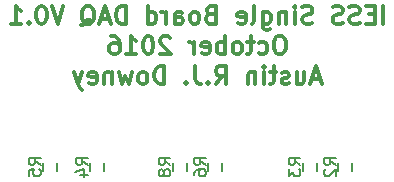
<source format=gbr>
G04 #@! TF.FileFunction,Legend,Bot*
%FSLAX46Y46*%
G04 Gerber Fmt 4.6, Leading zero omitted, Abs format (unit mm)*
G04 Created by KiCad (PCBNEW 4.0.4+e1-6308~48~ubuntu14.04.1-stable) date Sun Oct 16 10:35:48 2016*
%MOMM*%
%LPD*%
G01*
G04 APERTURE LIST*
%ADD10C,0.100000*%
%ADD11C,0.300000*%
%ADD12C,0.150000*%
G04 APERTURE END LIST*
D10*
D11*
X192214284Y-103878571D02*
X192214284Y-102378571D01*
X191499998Y-103092857D02*
X190999998Y-103092857D01*
X190785712Y-103878571D02*
X191499998Y-103878571D01*
X191499998Y-102378571D01*
X190785712Y-102378571D01*
X190214284Y-103807143D02*
X189999998Y-103878571D01*
X189642855Y-103878571D01*
X189499998Y-103807143D01*
X189428569Y-103735714D01*
X189357141Y-103592857D01*
X189357141Y-103450000D01*
X189428569Y-103307143D01*
X189499998Y-103235714D01*
X189642855Y-103164286D01*
X189928569Y-103092857D01*
X190071427Y-103021429D01*
X190142855Y-102950000D01*
X190214284Y-102807143D01*
X190214284Y-102664286D01*
X190142855Y-102521429D01*
X190071427Y-102450000D01*
X189928569Y-102378571D01*
X189571427Y-102378571D01*
X189357141Y-102450000D01*
X188785713Y-103807143D02*
X188571427Y-103878571D01*
X188214284Y-103878571D01*
X188071427Y-103807143D01*
X187999998Y-103735714D01*
X187928570Y-103592857D01*
X187928570Y-103450000D01*
X187999998Y-103307143D01*
X188071427Y-103235714D01*
X188214284Y-103164286D01*
X188499998Y-103092857D01*
X188642856Y-103021429D01*
X188714284Y-102950000D01*
X188785713Y-102807143D01*
X188785713Y-102664286D01*
X188714284Y-102521429D01*
X188642856Y-102450000D01*
X188499998Y-102378571D01*
X188142856Y-102378571D01*
X187928570Y-102450000D01*
X186214285Y-103807143D02*
X185999999Y-103878571D01*
X185642856Y-103878571D01*
X185499999Y-103807143D01*
X185428570Y-103735714D01*
X185357142Y-103592857D01*
X185357142Y-103450000D01*
X185428570Y-103307143D01*
X185499999Y-103235714D01*
X185642856Y-103164286D01*
X185928570Y-103092857D01*
X186071428Y-103021429D01*
X186142856Y-102950000D01*
X186214285Y-102807143D01*
X186214285Y-102664286D01*
X186142856Y-102521429D01*
X186071428Y-102450000D01*
X185928570Y-102378571D01*
X185571428Y-102378571D01*
X185357142Y-102450000D01*
X184714285Y-103878571D02*
X184714285Y-102878571D01*
X184714285Y-102378571D02*
X184785714Y-102450000D01*
X184714285Y-102521429D01*
X184642857Y-102450000D01*
X184714285Y-102378571D01*
X184714285Y-102521429D01*
X183999999Y-102878571D02*
X183999999Y-103878571D01*
X183999999Y-103021429D02*
X183928571Y-102950000D01*
X183785713Y-102878571D01*
X183571428Y-102878571D01*
X183428571Y-102950000D01*
X183357142Y-103092857D01*
X183357142Y-103878571D01*
X181999999Y-102878571D02*
X181999999Y-104092857D01*
X182071428Y-104235714D01*
X182142856Y-104307143D01*
X182285713Y-104378571D01*
X182499999Y-104378571D01*
X182642856Y-104307143D01*
X181999999Y-103807143D02*
X182142856Y-103878571D01*
X182428570Y-103878571D01*
X182571428Y-103807143D01*
X182642856Y-103735714D01*
X182714285Y-103592857D01*
X182714285Y-103164286D01*
X182642856Y-103021429D01*
X182571428Y-102950000D01*
X182428570Y-102878571D01*
X182142856Y-102878571D01*
X181999999Y-102950000D01*
X181071427Y-103878571D02*
X181214285Y-103807143D01*
X181285713Y-103664286D01*
X181285713Y-102378571D01*
X179928571Y-103807143D02*
X180071428Y-103878571D01*
X180357142Y-103878571D01*
X180499999Y-103807143D01*
X180571428Y-103664286D01*
X180571428Y-103092857D01*
X180499999Y-102950000D01*
X180357142Y-102878571D01*
X180071428Y-102878571D01*
X179928571Y-102950000D01*
X179857142Y-103092857D01*
X179857142Y-103235714D01*
X180571428Y-103378571D01*
X177571428Y-103092857D02*
X177357142Y-103164286D01*
X177285714Y-103235714D01*
X177214285Y-103378571D01*
X177214285Y-103592857D01*
X177285714Y-103735714D01*
X177357142Y-103807143D01*
X177500000Y-103878571D01*
X178071428Y-103878571D01*
X178071428Y-102378571D01*
X177571428Y-102378571D01*
X177428571Y-102450000D01*
X177357142Y-102521429D01*
X177285714Y-102664286D01*
X177285714Y-102807143D01*
X177357142Y-102950000D01*
X177428571Y-103021429D01*
X177571428Y-103092857D01*
X178071428Y-103092857D01*
X176357142Y-103878571D02*
X176500000Y-103807143D01*
X176571428Y-103735714D01*
X176642857Y-103592857D01*
X176642857Y-103164286D01*
X176571428Y-103021429D01*
X176500000Y-102950000D01*
X176357142Y-102878571D01*
X176142857Y-102878571D01*
X176000000Y-102950000D01*
X175928571Y-103021429D01*
X175857142Y-103164286D01*
X175857142Y-103592857D01*
X175928571Y-103735714D01*
X176000000Y-103807143D01*
X176142857Y-103878571D01*
X176357142Y-103878571D01*
X174571428Y-103878571D02*
X174571428Y-103092857D01*
X174642857Y-102950000D01*
X174785714Y-102878571D01*
X175071428Y-102878571D01*
X175214285Y-102950000D01*
X174571428Y-103807143D02*
X174714285Y-103878571D01*
X175071428Y-103878571D01*
X175214285Y-103807143D01*
X175285714Y-103664286D01*
X175285714Y-103521429D01*
X175214285Y-103378571D01*
X175071428Y-103307143D01*
X174714285Y-103307143D01*
X174571428Y-103235714D01*
X173857142Y-103878571D02*
X173857142Y-102878571D01*
X173857142Y-103164286D02*
X173785714Y-103021429D01*
X173714285Y-102950000D01*
X173571428Y-102878571D01*
X173428571Y-102878571D01*
X172285714Y-103878571D02*
X172285714Y-102378571D01*
X172285714Y-103807143D02*
X172428571Y-103878571D01*
X172714285Y-103878571D01*
X172857143Y-103807143D01*
X172928571Y-103735714D01*
X173000000Y-103592857D01*
X173000000Y-103164286D01*
X172928571Y-103021429D01*
X172857143Y-102950000D01*
X172714285Y-102878571D01*
X172428571Y-102878571D01*
X172285714Y-102950000D01*
X170428571Y-103878571D02*
X170428571Y-102378571D01*
X170071428Y-102378571D01*
X169857143Y-102450000D01*
X169714285Y-102592857D01*
X169642857Y-102735714D01*
X169571428Y-103021429D01*
X169571428Y-103235714D01*
X169642857Y-103521429D01*
X169714285Y-103664286D01*
X169857143Y-103807143D01*
X170071428Y-103878571D01*
X170428571Y-103878571D01*
X169000000Y-103450000D02*
X168285714Y-103450000D01*
X169142857Y-103878571D02*
X168642857Y-102378571D01*
X168142857Y-103878571D01*
X166642857Y-104021429D02*
X166785714Y-103950000D01*
X166928571Y-103807143D01*
X167142857Y-103592857D01*
X167285714Y-103521429D01*
X167428571Y-103521429D01*
X167357143Y-103878571D02*
X167500000Y-103807143D01*
X167642857Y-103664286D01*
X167714286Y-103378571D01*
X167714286Y-102878571D01*
X167642857Y-102592857D01*
X167500000Y-102450000D01*
X167357143Y-102378571D01*
X167071429Y-102378571D01*
X166928571Y-102450000D01*
X166785714Y-102592857D01*
X166714286Y-102878571D01*
X166714286Y-103378571D01*
X166785714Y-103664286D01*
X166928571Y-103807143D01*
X167071429Y-103878571D01*
X167357143Y-103878571D01*
X165142857Y-102378571D02*
X164642857Y-103878571D01*
X164142857Y-102378571D01*
X163357143Y-102378571D02*
X163214286Y-102378571D01*
X163071429Y-102450000D01*
X163000000Y-102521429D01*
X162928571Y-102664286D01*
X162857143Y-102950000D01*
X162857143Y-103307143D01*
X162928571Y-103592857D01*
X163000000Y-103735714D01*
X163071429Y-103807143D01*
X163214286Y-103878571D01*
X163357143Y-103878571D01*
X163500000Y-103807143D01*
X163571429Y-103735714D01*
X163642857Y-103592857D01*
X163714286Y-103307143D01*
X163714286Y-102950000D01*
X163642857Y-102664286D01*
X163571429Y-102521429D01*
X163500000Y-102450000D01*
X163357143Y-102378571D01*
X162214286Y-103735714D02*
X162142858Y-103807143D01*
X162214286Y-103878571D01*
X162285715Y-103807143D01*
X162214286Y-103735714D01*
X162214286Y-103878571D01*
X160714286Y-103878571D02*
X161571429Y-103878571D01*
X161142857Y-103878571D02*
X161142857Y-102378571D01*
X161285714Y-102592857D01*
X161428572Y-102735714D01*
X161571429Y-102807143D01*
X183607142Y-104928571D02*
X183321428Y-104928571D01*
X183178570Y-105000000D01*
X183035713Y-105142857D01*
X182964285Y-105428571D01*
X182964285Y-105928571D01*
X183035713Y-106214286D01*
X183178570Y-106357143D01*
X183321428Y-106428571D01*
X183607142Y-106428571D01*
X183749999Y-106357143D01*
X183892856Y-106214286D01*
X183964285Y-105928571D01*
X183964285Y-105428571D01*
X183892856Y-105142857D01*
X183749999Y-105000000D01*
X183607142Y-104928571D01*
X181678570Y-106357143D02*
X181821427Y-106428571D01*
X182107141Y-106428571D01*
X182249999Y-106357143D01*
X182321427Y-106285714D01*
X182392856Y-106142857D01*
X182392856Y-105714286D01*
X182321427Y-105571429D01*
X182249999Y-105500000D01*
X182107141Y-105428571D01*
X181821427Y-105428571D01*
X181678570Y-105500000D01*
X181249999Y-105428571D02*
X180678570Y-105428571D01*
X181035713Y-104928571D02*
X181035713Y-106214286D01*
X180964285Y-106357143D01*
X180821427Y-106428571D01*
X180678570Y-106428571D01*
X179964284Y-106428571D02*
X180107142Y-106357143D01*
X180178570Y-106285714D01*
X180249999Y-106142857D01*
X180249999Y-105714286D01*
X180178570Y-105571429D01*
X180107142Y-105500000D01*
X179964284Y-105428571D01*
X179749999Y-105428571D01*
X179607142Y-105500000D01*
X179535713Y-105571429D01*
X179464284Y-105714286D01*
X179464284Y-106142857D01*
X179535713Y-106285714D01*
X179607142Y-106357143D01*
X179749999Y-106428571D01*
X179964284Y-106428571D01*
X178821427Y-106428571D02*
X178821427Y-104928571D01*
X178821427Y-105500000D02*
X178678570Y-105428571D01*
X178392856Y-105428571D01*
X178249999Y-105500000D01*
X178178570Y-105571429D01*
X178107141Y-105714286D01*
X178107141Y-106142857D01*
X178178570Y-106285714D01*
X178249999Y-106357143D01*
X178392856Y-106428571D01*
X178678570Y-106428571D01*
X178821427Y-106357143D01*
X176892856Y-106357143D02*
X177035713Y-106428571D01*
X177321427Y-106428571D01*
X177464284Y-106357143D01*
X177535713Y-106214286D01*
X177535713Y-105642857D01*
X177464284Y-105500000D01*
X177321427Y-105428571D01*
X177035713Y-105428571D01*
X176892856Y-105500000D01*
X176821427Y-105642857D01*
X176821427Y-105785714D01*
X177535713Y-105928571D01*
X176178570Y-106428571D02*
X176178570Y-105428571D01*
X176178570Y-105714286D02*
X176107142Y-105571429D01*
X176035713Y-105500000D01*
X175892856Y-105428571D01*
X175749999Y-105428571D01*
X174178571Y-105071429D02*
X174107142Y-105000000D01*
X173964285Y-104928571D01*
X173607142Y-104928571D01*
X173464285Y-105000000D01*
X173392856Y-105071429D01*
X173321428Y-105214286D01*
X173321428Y-105357143D01*
X173392856Y-105571429D01*
X174249999Y-106428571D01*
X173321428Y-106428571D01*
X172392857Y-104928571D02*
X172250000Y-104928571D01*
X172107143Y-105000000D01*
X172035714Y-105071429D01*
X171964285Y-105214286D01*
X171892857Y-105500000D01*
X171892857Y-105857143D01*
X171964285Y-106142857D01*
X172035714Y-106285714D01*
X172107143Y-106357143D01*
X172250000Y-106428571D01*
X172392857Y-106428571D01*
X172535714Y-106357143D01*
X172607143Y-106285714D01*
X172678571Y-106142857D01*
X172750000Y-105857143D01*
X172750000Y-105500000D01*
X172678571Y-105214286D01*
X172607143Y-105071429D01*
X172535714Y-105000000D01*
X172392857Y-104928571D01*
X170464286Y-106428571D02*
X171321429Y-106428571D01*
X170892857Y-106428571D02*
X170892857Y-104928571D01*
X171035714Y-105142857D01*
X171178572Y-105285714D01*
X171321429Y-105357143D01*
X169178572Y-104928571D02*
X169464286Y-104928571D01*
X169607143Y-105000000D01*
X169678572Y-105071429D01*
X169821429Y-105285714D01*
X169892858Y-105571429D01*
X169892858Y-106142857D01*
X169821429Y-106285714D01*
X169750001Y-106357143D01*
X169607143Y-106428571D01*
X169321429Y-106428571D01*
X169178572Y-106357143D01*
X169107143Y-106285714D01*
X169035715Y-106142857D01*
X169035715Y-105785714D01*
X169107143Y-105642857D01*
X169178572Y-105571429D01*
X169321429Y-105500000D01*
X169607143Y-105500000D01*
X169750001Y-105571429D01*
X169821429Y-105642857D01*
X169892858Y-105785714D01*
X186892858Y-108550000D02*
X186178572Y-108550000D01*
X187035715Y-108978571D02*
X186535715Y-107478571D01*
X186035715Y-108978571D01*
X184892858Y-107978571D02*
X184892858Y-108978571D01*
X185535715Y-107978571D02*
X185535715Y-108764286D01*
X185464287Y-108907143D01*
X185321429Y-108978571D01*
X185107144Y-108978571D01*
X184964287Y-108907143D01*
X184892858Y-108835714D01*
X184250001Y-108907143D02*
X184107144Y-108978571D01*
X183821429Y-108978571D01*
X183678572Y-108907143D01*
X183607144Y-108764286D01*
X183607144Y-108692857D01*
X183678572Y-108550000D01*
X183821429Y-108478571D01*
X184035715Y-108478571D01*
X184178572Y-108407143D01*
X184250001Y-108264286D01*
X184250001Y-108192857D01*
X184178572Y-108050000D01*
X184035715Y-107978571D01*
X183821429Y-107978571D01*
X183678572Y-108050000D01*
X183178572Y-107978571D02*
X182607143Y-107978571D01*
X182964286Y-107478571D02*
X182964286Y-108764286D01*
X182892858Y-108907143D01*
X182750000Y-108978571D01*
X182607143Y-108978571D01*
X182107143Y-108978571D02*
X182107143Y-107978571D01*
X182107143Y-107478571D02*
X182178572Y-107550000D01*
X182107143Y-107621429D01*
X182035715Y-107550000D01*
X182107143Y-107478571D01*
X182107143Y-107621429D01*
X181392857Y-107978571D02*
X181392857Y-108978571D01*
X181392857Y-108121429D02*
X181321429Y-108050000D01*
X181178571Y-107978571D01*
X180964286Y-107978571D01*
X180821429Y-108050000D01*
X180750000Y-108192857D01*
X180750000Y-108978571D01*
X178035714Y-108978571D02*
X178535714Y-108264286D01*
X178892857Y-108978571D02*
X178892857Y-107478571D01*
X178321429Y-107478571D01*
X178178571Y-107550000D01*
X178107143Y-107621429D01*
X178035714Y-107764286D01*
X178035714Y-107978571D01*
X178107143Y-108121429D01*
X178178571Y-108192857D01*
X178321429Y-108264286D01*
X178892857Y-108264286D01*
X177392857Y-108835714D02*
X177321429Y-108907143D01*
X177392857Y-108978571D01*
X177464286Y-108907143D01*
X177392857Y-108835714D01*
X177392857Y-108978571D01*
X176250000Y-107478571D02*
X176250000Y-108550000D01*
X176321428Y-108764286D01*
X176464285Y-108907143D01*
X176678571Y-108978571D01*
X176821428Y-108978571D01*
X175535714Y-108835714D02*
X175464286Y-108907143D01*
X175535714Y-108978571D01*
X175607143Y-108907143D01*
X175535714Y-108835714D01*
X175535714Y-108978571D01*
X173678571Y-108978571D02*
X173678571Y-107478571D01*
X173321428Y-107478571D01*
X173107143Y-107550000D01*
X172964285Y-107692857D01*
X172892857Y-107835714D01*
X172821428Y-108121429D01*
X172821428Y-108335714D01*
X172892857Y-108621429D01*
X172964285Y-108764286D01*
X173107143Y-108907143D01*
X173321428Y-108978571D01*
X173678571Y-108978571D01*
X171964285Y-108978571D02*
X172107143Y-108907143D01*
X172178571Y-108835714D01*
X172250000Y-108692857D01*
X172250000Y-108264286D01*
X172178571Y-108121429D01*
X172107143Y-108050000D01*
X171964285Y-107978571D01*
X171750000Y-107978571D01*
X171607143Y-108050000D01*
X171535714Y-108121429D01*
X171464285Y-108264286D01*
X171464285Y-108692857D01*
X171535714Y-108835714D01*
X171607143Y-108907143D01*
X171750000Y-108978571D01*
X171964285Y-108978571D01*
X170964285Y-107978571D02*
X170678571Y-108978571D01*
X170392857Y-108264286D01*
X170107142Y-108978571D01*
X169821428Y-107978571D01*
X169249999Y-107978571D02*
X169249999Y-108978571D01*
X169249999Y-108121429D02*
X169178571Y-108050000D01*
X169035713Y-107978571D01*
X168821428Y-107978571D01*
X168678571Y-108050000D01*
X168607142Y-108192857D01*
X168607142Y-108978571D01*
X167321428Y-108907143D02*
X167464285Y-108978571D01*
X167749999Y-108978571D01*
X167892856Y-108907143D01*
X167964285Y-108764286D01*
X167964285Y-108192857D01*
X167892856Y-108050000D01*
X167749999Y-107978571D01*
X167464285Y-107978571D01*
X167321428Y-108050000D01*
X167249999Y-108192857D01*
X167249999Y-108335714D01*
X167964285Y-108478571D01*
X166749999Y-107978571D02*
X166392856Y-108978571D01*
X166035714Y-107978571D02*
X166392856Y-108978571D01*
X166535714Y-109335714D01*
X166607142Y-109407143D01*
X166749999Y-109478571D01*
D12*
X188400000Y-115650000D02*
X188400000Y-116350000D01*
X189600000Y-116350000D02*
X189600000Y-115650000D01*
X185400000Y-115650000D02*
X185400000Y-116350000D01*
X186600000Y-116350000D02*
X186600000Y-115650000D01*
X167400000Y-115650000D02*
X167400000Y-116350000D01*
X168600000Y-116350000D02*
X168600000Y-115650000D01*
X163400000Y-115650000D02*
X163400000Y-116350000D01*
X164600000Y-116350000D02*
X164600000Y-115650000D01*
X177400000Y-115650000D02*
X177400000Y-116350000D01*
X178600000Y-116350000D02*
X178600000Y-115650000D01*
X174400000Y-115650000D02*
X174400000Y-116350000D01*
X175600000Y-116350000D02*
X175600000Y-115650000D01*
X188202381Y-115833334D02*
X187726190Y-115500000D01*
X188202381Y-115261905D02*
X187202381Y-115261905D01*
X187202381Y-115642858D01*
X187250000Y-115738096D01*
X187297619Y-115785715D01*
X187392857Y-115833334D01*
X187535714Y-115833334D01*
X187630952Y-115785715D01*
X187678571Y-115738096D01*
X187726190Y-115642858D01*
X187726190Y-115261905D01*
X187297619Y-116214286D02*
X187250000Y-116261905D01*
X187202381Y-116357143D01*
X187202381Y-116595239D01*
X187250000Y-116690477D01*
X187297619Y-116738096D01*
X187392857Y-116785715D01*
X187488095Y-116785715D01*
X187630952Y-116738096D01*
X188202381Y-116166667D01*
X188202381Y-116785715D01*
X185202381Y-115833334D02*
X184726190Y-115500000D01*
X185202381Y-115261905D02*
X184202381Y-115261905D01*
X184202381Y-115642858D01*
X184250000Y-115738096D01*
X184297619Y-115785715D01*
X184392857Y-115833334D01*
X184535714Y-115833334D01*
X184630952Y-115785715D01*
X184678571Y-115738096D01*
X184726190Y-115642858D01*
X184726190Y-115261905D01*
X184202381Y-116166667D02*
X184202381Y-116785715D01*
X184583333Y-116452381D01*
X184583333Y-116595239D01*
X184630952Y-116690477D01*
X184678571Y-116738096D01*
X184773810Y-116785715D01*
X185011905Y-116785715D01*
X185107143Y-116738096D01*
X185154762Y-116690477D01*
X185202381Y-116595239D01*
X185202381Y-116309524D01*
X185154762Y-116214286D01*
X185107143Y-116166667D01*
X167202381Y-115833334D02*
X166726190Y-115500000D01*
X167202381Y-115261905D02*
X166202381Y-115261905D01*
X166202381Y-115642858D01*
X166250000Y-115738096D01*
X166297619Y-115785715D01*
X166392857Y-115833334D01*
X166535714Y-115833334D01*
X166630952Y-115785715D01*
X166678571Y-115738096D01*
X166726190Y-115642858D01*
X166726190Y-115261905D01*
X166535714Y-116690477D02*
X167202381Y-116690477D01*
X166154762Y-116452381D02*
X166869048Y-116214286D01*
X166869048Y-116833334D01*
X163202381Y-115833334D02*
X162726190Y-115500000D01*
X163202381Y-115261905D02*
X162202381Y-115261905D01*
X162202381Y-115642858D01*
X162250000Y-115738096D01*
X162297619Y-115785715D01*
X162392857Y-115833334D01*
X162535714Y-115833334D01*
X162630952Y-115785715D01*
X162678571Y-115738096D01*
X162726190Y-115642858D01*
X162726190Y-115261905D01*
X162202381Y-116738096D02*
X162202381Y-116261905D01*
X162678571Y-116214286D01*
X162630952Y-116261905D01*
X162583333Y-116357143D01*
X162583333Y-116595239D01*
X162630952Y-116690477D01*
X162678571Y-116738096D01*
X162773810Y-116785715D01*
X163011905Y-116785715D01*
X163107143Y-116738096D01*
X163154762Y-116690477D01*
X163202381Y-116595239D01*
X163202381Y-116357143D01*
X163154762Y-116261905D01*
X163107143Y-116214286D01*
X177202381Y-115833334D02*
X176726190Y-115500000D01*
X177202381Y-115261905D02*
X176202381Y-115261905D01*
X176202381Y-115642858D01*
X176250000Y-115738096D01*
X176297619Y-115785715D01*
X176392857Y-115833334D01*
X176535714Y-115833334D01*
X176630952Y-115785715D01*
X176678571Y-115738096D01*
X176726190Y-115642858D01*
X176726190Y-115261905D01*
X176202381Y-116690477D02*
X176202381Y-116500000D01*
X176250000Y-116404762D01*
X176297619Y-116357143D01*
X176440476Y-116261905D01*
X176630952Y-116214286D01*
X177011905Y-116214286D01*
X177107143Y-116261905D01*
X177154762Y-116309524D01*
X177202381Y-116404762D01*
X177202381Y-116595239D01*
X177154762Y-116690477D01*
X177107143Y-116738096D01*
X177011905Y-116785715D01*
X176773810Y-116785715D01*
X176678571Y-116738096D01*
X176630952Y-116690477D01*
X176583333Y-116595239D01*
X176583333Y-116404762D01*
X176630952Y-116309524D01*
X176678571Y-116261905D01*
X176773810Y-116214286D01*
X174202381Y-115833334D02*
X173726190Y-115500000D01*
X174202381Y-115261905D02*
X173202381Y-115261905D01*
X173202381Y-115642858D01*
X173250000Y-115738096D01*
X173297619Y-115785715D01*
X173392857Y-115833334D01*
X173535714Y-115833334D01*
X173630952Y-115785715D01*
X173678571Y-115738096D01*
X173726190Y-115642858D01*
X173726190Y-115261905D01*
X173630952Y-116404762D02*
X173583333Y-116309524D01*
X173535714Y-116261905D01*
X173440476Y-116214286D01*
X173392857Y-116214286D01*
X173297619Y-116261905D01*
X173250000Y-116309524D01*
X173202381Y-116404762D01*
X173202381Y-116595239D01*
X173250000Y-116690477D01*
X173297619Y-116738096D01*
X173392857Y-116785715D01*
X173440476Y-116785715D01*
X173535714Y-116738096D01*
X173583333Y-116690477D01*
X173630952Y-116595239D01*
X173630952Y-116404762D01*
X173678571Y-116309524D01*
X173726190Y-116261905D01*
X173821429Y-116214286D01*
X174011905Y-116214286D01*
X174107143Y-116261905D01*
X174154762Y-116309524D01*
X174202381Y-116404762D01*
X174202381Y-116595239D01*
X174154762Y-116690477D01*
X174107143Y-116738096D01*
X174011905Y-116785715D01*
X173821429Y-116785715D01*
X173726190Y-116738096D01*
X173678571Y-116690477D01*
X173630952Y-116595239D01*
M02*

</source>
